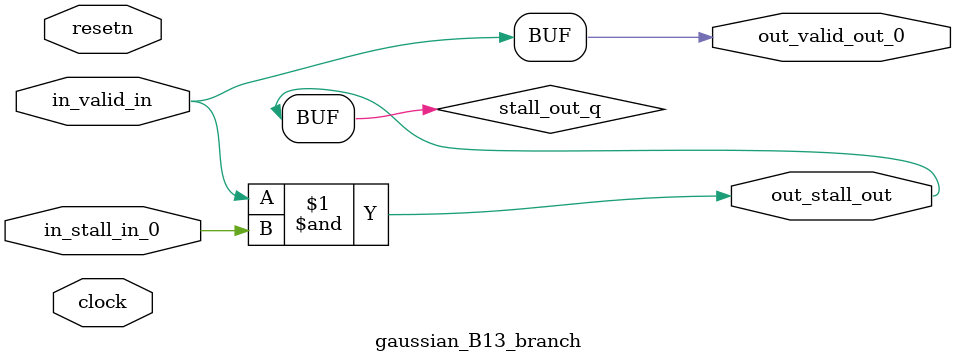
<source format=sv>



(* altera_attribute = "-name AUTO_SHIFT_REGISTER_RECOGNITION OFF; -name MESSAGE_DISABLE 10036; -name MESSAGE_DISABLE 10037; -name MESSAGE_DISABLE 14130; -name MESSAGE_DISABLE 14320; -name MESSAGE_DISABLE 15400; -name MESSAGE_DISABLE 14130; -name MESSAGE_DISABLE 10036; -name MESSAGE_DISABLE 12020; -name MESSAGE_DISABLE 12030; -name MESSAGE_DISABLE 12010; -name MESSAGE_DISABLE 12110; -name MESSAGE_DISABLE 14320; -name MESSAGE_DISABLE 13410; -name MESSAGE_DISABLE 113007; -name MESSAGE_DISABLE 10958" *)
module gaussian_B13_branch (
    input wire [0:0] in_stall_in_0,
    input wire [0:0] in_valid_in,
    output wire [0:0] out_stall_out,
    output wire [0:0] out_valid_out_0,
    input wire clock,
    input wire resetn
    );

    wire [0:0] stall_out_q;


    // stall_out(LOGICAL,6)
    assign stall_out_q = in_valid_in & in_stall_in_0;

    // out_stall_out(GPOUT,4)
    assign out_stall_out = stall_out_q;

    // out_valid_out_0(GPOUT,5)
    assign out_valid_out_0 = in_valid_in;

endmodule

</source>
